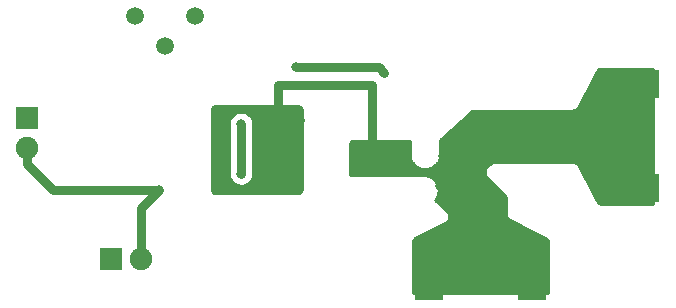
<source format=gbl>
G04 #@! TF.GenerationSoftware,KiCad,Pcbnew,5.1.4-e60b266~84~ubuntu18.04.1*
G04 #@! TF.CreationDate,2019-08-19T13:29:57+01:00*
G04 #@! TF.ProjectId,vctcxo-ref,76637463-786f-42d7-9265-662e6b696361,rev?*
G04 #@! TF.SameCoordinates,Original*
G04 #@! TF.FileFunction,Copper,L2,Bot*
G04 #@! TF.FilePolarity,Positive*
%FSLAX46Y46*%
G04 Gerber Fmt 4.6, Leading zero omitted, Abs format (unit mm)*
G04 Created by KiCad (PCBNEW 5.1.4-e60b266~84~ubuntu18.04.1) date 2019-08-19 13:29:57*
%MOMM*%
%LPD*%
G04 APERTURE LIST*
%ADD10R,1.900000X1.900000*%
%ADD11C,1.900000*%
%ADD12R,2.400000X5.000000*%
%ADD13R,5.000000X2.400000*%
%ADD14C,1.500000*%
%ADD15C,0.800000*%
%ADD16C,0.750000*%
%ADD17C,0.254000*%
G04 APERTURE END LIST*
D10*
X91948000Y-124714000D03*
D11*
X94488000Y-124714000D03*
D12*
X118815000Y-125730000D03*
X127565000Y-125730000D03*
D13*
X135890000Y-118675000D03*
X135890000Y-109925000D03*
D10*
X84836000Y-112776000D03*
D11*
X84836000Y-115316000D03*
D14*
X93980000Y-104140000D03*
X96520000Y-106680000D03*
X99060000Y-104140000D03*
D15*
X107569000Y-115570000D03*
X107569000Y-118618000D03*
X114046000Y-115062000D03*
X103632000Y-118745000D03*
X107569000Y-113919000D03*
X107569000Y-117094000D03*
X104394000Y-115443000D03*
X100965000Y-118618000D03*
X100965000Y-112268000D03*
X121920000Y-117348000D03*
X119761000Y-118491000D03*
X123825000Y-115443000D03*
X127127000Y-115443000D03*
X130302000Y-115443000D03*
X132207000Y-115824000D03*
X132207000Y-112776000D03*
X130302000Y-113157000D03*
X127889000Y-113157000D03*
X125476000Y-113157000D03*
X122936000Y-113157000D03*
X120015000Y-115951000D03*
X121412000Y-114554000D03*
X123190000Y-118618000D03*
X124460000Y-120269000D03*
X124587000Y-122047000D03*
X121793000Y-122047000D03*
X121412000Y-120142000D03*
X115316000Y-115062000D03*
X107569000Y-112268000D03*
X112776000Y-115062000D03*
X100965000Y-117221000D03*
X102933500Y-113284014D03*
X102933506Y-117475000D03*
X115062000Y-108965990D03*
X107569000Y-108483402D03*
X96012000Y-118872000D03*
D16*
X134590000Y-109925000D02*
X135890000Y-109925000D01*
X114046000Y-109982000D02*
X114046000Y-115062000D01*
X107569000Y-112649000D02*
X107886500Y-112966500D01*
X106045000Y-109982000D02*
X114046000Y-109982000D01*
X106045000Y-109982000D02*
X106045000Y-111887000D01*
X102933500Y-117474994D02*
X102933506Y-117475000D01*
X102933500Y-113284014D02*
X102933500Y-117474994D01*
X115062000Y-108965990D02*
X114579412Y-108483402D01*
X108134685Y-108483402D02*
X107569000Y-108483402D01*
X114579412Y-108483402D02*
X108134685Y-108483402D01*
X94488000Y-124714000D02*
X94488000Y-120396000D01*
X94488000Y-120396000D02*
X96012000Y-118872000D01*
X84836000Y-116659502D02*
X87048498Y-118872000D01*
X87048498Y-118872000D02*
X96012000Y-118872000D01*
X84836000Y-115316000D02*
X84836000Y-116659502D01*
X96012000Y-118872000D02*
X96012000Y-118872000D01*
D17*
G36*
X107794325Y-111774040D02*
G01*
X107885951Y-111811993D01*
X107964632Y-111872368D01*
X108025007Y-111951049D01*
X108062960Y-112042675D01*
X108077000Y-112149321D01*
X108077000Y-118736679D01*
X108062960Y-118843325D01*
X108025007Y-118934951D01*
X107964632Y-119013632D01*
X107885951Y-119074007D01*
X107794325Y-119111960D01*
X107687679Y-119126000D01*
X100846321Y-119126000D01*
X100739675Y-119111960D01*
X100648049Y-119074007D01*
X100569368Y-119013632D01*
X100508993Y-118934951D01*
X100471040Y-118843325D01*
X100457000Y-118736679D01*
X100457000Y-113182075D01*
X101898500Y-113182075D01*
X101898500Y-113385953D01*
X101923500Y-113511638D01*
X101923501Y-117247402D01*
X101898506Y-117373061D01*
X101898506Y-117576939D01*
X101938280Y-117776898D01*
X102016301Y-117965256D01*
X102129569Y-118134774D01*
X102273732Y-118278937D01*
X102443250Y-118392205D01*
X102631608Y-118470226D01*
X102831567Y-118510000D01*
X103035445Y-118510000D01*
X103235404Y-118470226D01*
X103423762Y-118392205D01*
X103593280Y-118278937D01*
X103737443Y-118134774D01*
X103850711Y-117965256D01*
X103928732Y-117776898D01*
X103968506Y-117576939D01*
X103968506Y-117373061D01*
X103943500Y-117247346D01*
X103943500Y-113511637D01*
X103968500Y-113385953D01*
X103968500Y-113182075D01*
X103928726Y-112982116D01*
X103850705Y-112793758D01*
X103737437Y-112624240D01*
X103593274Y-112480077D01*
X103423756Y-112366809D01*
X103235398Y-112288788D01*
X103035439Y-112249014D01*
X102831561Y-112249014D01*
X102631602Y-112288788D01*
X102443244Y-112366809D01*
X102273726Y-112480077D01*
X102129563Y-112624240D01*
X102016295Y-112793758D01*
X101938274Y-112982116D01*
X101898500Y-113182075D01*
X100457000Y-113182075D01*
X100457000Y-112149321D01*
X100471040Y-112042675D01*
X100508993Y-111951049D01*
X100569368Y-111872368D01*
X100648049Y-111811993D01*
X100739675Y-111774040D01*
X100846321Y-111760000D01*
X107687679Y-111760000D01*
X107794325Y-111774040D01*
X107794325Y-111774040D01*
G37*
X107794325Y-111774040D02*
X107885951Y-111811993D01*
X107964632Y-111872368D01*
X108025007Y-111951049D01*
X108062960Y-112042675D01*
X108077000Y-112149321D01*
X108077000Y-118736679D01*
X108062960Y-118843325D01*
X108025007Y-118934951D01*
X107964632Y-119013632D01*
X107885951Y-119074007D01*
X107794325Y-119111960D01*
X107687679Y-119126000D01*
X100846321Y-119126000D01*
X100739675Y-119111960D01*
X100648049Y-119074007D01*
X100569368Y-119013632D01*
X100508993Y-118934951D01*
X100471040Y-118843325D01*
X100457000Y-118736679D01*
X100457000Y-113182075D01*
X101898500Y-113182075D01*
X101898500Y-113385953D01*
X101923500Y-113511638D01*
X101923501Y-117247402D01*
X101898506Y-117373061D01*
X101898506Y-117576939D01*
X101938280Y-117776898D01*
X102016301Y-117965256D01*
X102129569Y-118134774D01*
X102273732Y-118278937D01*
X102443250Y-118392205D01*
X102631608Y-118470226D01*
X102831567Y-118510000D01*
X103035445Y-118510000D01*
X103235404Y-118470226D01*
X103423762Y-118392205D01*
X103593280Y-118278937D01*
X103737443Y-118134774D01*
X103850711Y-117965256D01*
X103928732Y-117776898D01*
X103968506Y-117576939D01*
X103968506Y-117373061D01*
X103943500Y-117247346D01*
X103943500Y-113511637D01*
X103968500Y-113385953D01*
X103968500Y-113182075D01*
X103928726Y-112982116D01*
X103850705Y-112793758D01*
X103737437Y-112624240D01*
X103593274Y-112480077D01*
X103423756Y-112366809D01*
X103235398Y-112288788D01*
X103035439Y-112249014D01*
X102831561Y-112249014D01*
X102631602Y-112288788D01*
X102443244Y-112366809D01*
X102273726Y-112480077D01*
X102129563Y-112624240D01*
X102016295Y-112793758D01*
X101938274Y-112982116D01*
X101898500Y-113182075D01*
X100457000Y-113182075D01*
X100457000Y-112149321D01*
X100471040Y-112042675D01*
X100508993Y-111951049D01*
X100569368Y-111872368D01*
X100648049Y-111811993D01*
X100739675Y-111774040D01*
X100846321Y-111760000D01*
X107687679Y-111760000D01*
X107794325Y-111774040D01*
G36*
X137770001Y-120015000D02*
G01*
X133418765Y-120015000D01*
X133306182Y-119999319D01*
X133210302Y-119957055D01*
X133129622Y-119890199D01*
X133065246Y-119796512D01*
X131572000Y-116810019D01*
X131563079Y-116794891D01*
X131483703Y-116679375D01*
X131460065Y-116653510D01*
X131352143Y-116564080D01*
X131322336Y-116545658D01*
X131194084Y-116489124D01*
X131160378Y-116479549D01*
X131021559Y-116460214D01*
X131004039Y-116459000D01*
X124416420Y-116459000D01*
X124399843Y-116460087D01*
X124268363Y-116477397D01*
X124236340Y-116485977D01*
X124113820Y-116536726D01*
X124085107Y-116553303D01*
X123979897Y-116634034D01*
X123967407Y-116644987D01*
X123756987Y-116855407D01*
X123746034Y-116867897D01*
X123665303Y-116973107D01*
X123648726Y-117001820D01*
X123597977Y-117124340D01*
X123589397Y-117156363D01*
X123572087Y-117287843D01*
X123571000Y-117304420D01*
X123571000Y-117391580D01*
X123572087Y-117408157D01*
X123589397Y-117539637D01*
X123597977Y-117571660D01*
X123648726Y-117694180D01*
X123665303Y-117722893D01*
X123746034Y-117828103D01*
X123756987Y-117840593D01*
X125231523Y-119315129D01*
X125297007Y-119400469D01*
X125334960Y-119492095D01*
X125349000Y-119598741D01*
X125349000Y-120844039D01*
X125350214Y-120861559D01*
X125369549Y-121000378D01*
X125379124Y-121034084D01*
X125435658Y-121162336D01*
X125454080Y-121192143D01*
X125543510Y-121300065D01*
X125569375Y-121323703D01*
X125684891Y-121403079D01*
X125700019Y-121412000D01*
X128686512Y-122905246D01*
X128780199Y-122969622D01*
X128847055Y-123050302D01*
X128889319Y-123146182D01*
X128905000Y-123258765D01*
X128905000Y-127610000D01*
X117475000Y-127610000D01*
X117475000Y-123258765D01*
X117490681Y-123146182D01*
X117532945Y-123050302D01*
X117599801Y-122969622D01*
X117693488Y-122905246D01*
X120225611Y-121639184D01*
X120240738Y-121630264D01*
X120334194Y-121566048D01*
X120360061Y-121542408D01*
X120432410Y-121455097D01*
X120450831Y-121425291D01*
X120496568Y-121321533D01*
X120506143Y-121287827D01*
X120521786Y-121175520D01*
X120523000Y-121158000D01*
X120523000Y-121114420D01*
X120521913Y-121097843D01*
X120504603Y-120966363D01*
X120496023Y-120934340D01*
X120445274Y-120811820D01*
X120428697Y-120783107D01*
X120347966Y-120677897D01*
X120337013Y-120665407D01*
X119370477Y-119698871D01*
X119363874Y-119690266D01*
X119409708Y-119633262D01*
X119442471Y-119583194D01*
X119475913Y-119533616D01*
X119480239Y-119525480D01*
X119537656Y-119415652D01*
X119560074Y-119360164D01*
X119583247Y-119305039D01*
X119585910Y-119296217D01*
X119620900Y-119177329D01*
X119632107Y-119118578D01*
X119644136Y-119059981D01*
X119645035Y-119050809D01*
X119656268Y-118927389D01*
X119655851Y-118867606D01*
X119656269Y-118807745D01*
X119655369Y-118798574D01*
X119642414Y-118675323D01*
X119630387Y-118616733D01*
X119619178Y-118557971D01*
X119616514Y-118549149D01*
X119579867Y-118430762D01*
X119556692Y-118375632D01*
X119534278Y-118320153D01*
X119529951Y-118312017D01*
X119471007Y-118203002D01*
X119437565Y-118153422D01*
X119404803Y-118103355D01*
X119398978Y-118096214D01*
X119319982Y-118000724D01*
X119277566Y-117958603D01*
X119235684Y-117915834D01*
X119228584Y-117909961D01*
X119132545Y-117831633D01*
X119082703Y-117798518D01*
X119033362Y-117764733D01*
X119025256Y-117760350D01*
X118915832Y-117702168D01*
X118860554Y-117679384D01*
X118805545Y-117655807D01*
X118796741Y-117653082D01*
X118678101Y-117617262D01*
X118619372Y-117605633D01*
X118560905Y-117593206D01*
X118551747Y-117592244D01*
X118551744Y-117592243D01*
X118551741Y-117592243D01*
X118428402Y-117580150D01*
X118396419Y-117577000D01*
X112141000Y-117577000D01*
X112141000Y-115070321D01*
X112155040Y-114963675D01*
X112192993Y-114872049D01*
X112253368Y-114793368D01*
X112332049Y-114732993D01*
X112423675Y-114695040D01*
X112530321Y-114681000D01*
X117196001Y-114681000D01*
X117196001Y-115856419D01*
X117199211Y-115889012D01*
X117199211Y-115897269D01*
X117200175Y-115906433D01*
X117213989Y-116029591D01*
X117226418Y-116088065D01*
X117238045Y-116146786D01*
X117240771Y-116155589D01*
X117278244Y-116273718D01*
X117301793Y-116328662D01*
X117324604Y-116384005D01*
X117328987Y-116392111D01*
X117388691Y-116500711D01*
X117422468Y-116550041D01*
X117455590Y-116599894D01*
X117461464Y-116606995D01*
X117541125Y-116701930D01*
X117583838Y-116743757D01*
X117626013Y-116786228D01*
X117633155Y-116792052D01*
X117729738Y-116869708D01*
X117779806Y-116902471D01*
X117829384Y-116935913D01*
X117837520Y-116940239D01*
X117947348Y-116997656D01*
X118002836Y-117020074D01*
X118057961Y-117043247D01*
X118066777Y-117045908D01*
X118066779Y-117045909D01*
X118066781Y-117045909D01*
X118066783Y-117045910D01*
X118185671Y-117080900D01*
X118244422Y-117092107D01*
X118303019Y-117104136D01*
X118312191Y-117105035D01*
X118312196Y-117105035D01*
X118312199Y-117105036D01*
X118312202Y-117105036D01*
X118435611Y-117116268D01*
X118495394Y-117115851D01*
X118555255Y-117116269D01*
X118564416Y-117115370D01*
X118564418Y-117115370D01*
X118564426Y-117115369D01*
X118687677Y-117102414D01*
X118746274Y-117090385D01*
X118805028Y-117079178D01*
X118813850Y-117076514D01*
X118932238Y-117039867D01*
X118987368Y-117016692D01*
X119042847Y-116994278D01*
X119050983Y-116989951D01*
X119159998Y-116931008D01*
X119209582Y-116897563D01*
X119259645Y-116864803D01*
X119266786Y-116858978D01*
X119362276Y-116779982D01*
X119404430Y-116737533D01*
X119447165Y-116695685D01*
X119453039Y-116688584D01*
X119531367Y-116592545D01*
X119564472Y-116542719D01*
X119598267Y-116493362D01*
X119602650Y-116485256D01*
X119660832Y-116375833D01*
X119683621Y-116320541D01*
X119707193Y-116265545D01*
X119709918Y-116256742D01*
X119745737Y-116138101D01*
X119757357Y-116079417D01*
X119769794Y-116020906D01*
X119770756Y-116011750D01*
X119770757Y-116011745D01*
X119770757Y-116011741D01*
X119782850Y-115888403D01*
X119782850Y-115888402D01*
X119786000Y-115856419D01*
X119786000Y-114625605D01*
X122362392Y-112247397D01*
X122445450Y-112187952D01*
X122533167Y-112153656D01*
X122634517Y-112141000D01*
X131004039Y-112141000D01*
X131021559Y-112139786D01*
X131160378Y-112120451D01*
X131194084Y-112110876D01*
X131322336Y-112054342D01*
X131352143Y-112035920D01*
X131460065Y-111946490D01*
X131483703Y-111920625D01*
X131563079Y-111805109D01*
X131572000Y-111789981D01*
X133065246Y-108803488D01*
X133129622Y-108709801D01*
X133210302Y-108642945D01*
X133306182Y-108600681D01*
X133418765Y-108585000D01*
X137770000Y-108585000D01*
X137770001Y-120015000D01*
X137770001Y-120015000D01*
G37*
X137770001Y-120015000D02*
X133418765Y-120015000D01*
X133306182Y-119999319D01*
X133210302Y-119957055D01*
X133129622Y-119890199D01*
X133065246Y-119796512D01*
X131572000Y-116810019D01*
X131563079Y-116794891D01*
X131483703Y-116679375D01*
X131460065Y-116653510D01*
X131352143Y-116564080D01*
X131322336Y-116545658D01*
X131194084Y-116489124D01*
X131160378Y-116479549D01*
X131021559Y-116460214D01*
X131004039Y-116459000D01*
X124416420Y-116459000D01*
X124399843Y-116460087D01*
X124268363Y-116477397D01*
X124236340Y-116485977D01*
X124113820Y-116536726D01*
X124085107Y-116553303D01*
X123979897Y-116634034D01*
X123967407Y-116644987D01*
X123756987Y-116855407D01*
X123746034Y-116867897D01*
X123665303Y-116973107D01*
X123648726Y-117001820D01*
X123597977Y-117124340D01*
X123589397Y-117156363D01*
X123572087Y-117287843D01*
X123571000Y-117304420D01*
X123571000Y-117391580D01*
X123572087Y-117408157D01*
X123589397Y-117539637D01*
X123597977Y-117571660D01*
X123648726Y-117694180D01*
X123665303Y-117722893D01*
X123746034Y-117828103D01*
X123756987Y-117840593D01*
X125231523Y-119315129D01*
X125297007Y-119400469D01*
X125334960Y-119492095D01*
X125349000Y-119598741D01*
X125349000Y-120844039D01*
X125350214Y-120861559D01*
X125369549Y-121000378D01*
X125379124Y-121034084D01*
X125435658Y-121162336D01*
X125454080Y-121192143D01*
X125543510Y-121300065D01*
X125569375Y-121323703D01*
X125684891Y-121403079D01*
X125700019Y-121412000D01*
X128686512Y-122905246D01*
X128780199Y-122969622D01*
X128847055Y-123050302D01*
X128889319Y-123146182D01*
X128905000Y-123258765D01*
X128905000Y-127610000D01*
X117475000Y-127610000D01*
X117475000Y-123258765D01*
X117490681Y-123146182D01*
X117532945Y-123050302D01*
X117599801Y-122969622D01*
X117693488Y-122905246D01*
X120225611Y-121639184D01*
X120240738Y-121630264D01*
X120334194Y-121566048D01*
X120360061Y-121542408D01*
X120432410Y-121455097D01*
X120450831Y-121425291D01*
X120496568Y-121321533D01*
X120506143Y-121287827D01*
X120521786Y-121175520D01*
X120523000Y-121158000D01*
X120523000Y-121114420D01*
X120521913Y-121097843D01*
X120504603Y-120966363D01*
X120496023Y-120934340D01*
X120445274Y-120811820D01*
X120428697Y-120783107D01*
X120347966Y-120677897D01*
X120337013Y-120665407D01*
X119370477Y-119698871D01*
X119363874Y-119690266D01*
X119409708Y-119633262D01*
X119442471Y-119583194D01*
X119475913Y-119533616D01*
X119480239Y-119525480D01*
X119537656Y-119415652D01*
X119560074Y-119360164D01*
X119583247Y-119305039D01*
X119585910Y-119296217D01*
X119620900Y-119177329D01*
X119632107Y-119118578D01*
X119644136Y-119059981D01*
X119645035Y-119050809D01*
X119656268Y-118927389D01*
X119655851Y-118867606D01*
X119656269Y-118807745D01*
X119655369Y-118798574D01*
X119642414Y-118675323D01*
X119630387Y-118616733D01*
X119619178Y-118557971D01*
X119616514Y-118549149D01*
X119579867Y-118430762D01*
X119556692Y-118375632D01*
X119534278Y-118320153D01*
X119529951Y-118312017D01*
X119471007Y-118203002D01*
X119437565Y-118153422D01*
X119404803Y-118103355D01*
X119398978Y-118096214D01*
X119319982Y-118000724D01*
X119277566Y-117958603D01*
X119235684Y-117915834D01*
X119228584Y-117909961D01*
X119132545Y-117831633D01*
X119082703Y-117798518D01*
X119033362Y-117764733D01*
X119025256Y-117760350D01*
X118915832Y-117702168D01*
X118860554Y-117679384D01*
X118805545Y-117655807D01*
X118796741Y-117653082D01*
X118678101Y-117617262D01*
X118619372Y-117605633D01*
X118560905Y-117593206D01*
X118551747Y-117592244D01*
X118551744Y-117592243D01*
X118551741Y-117592243D01*
X118428402Y-117580150D01*
X118396419Y-117577000D01*
X112141000Y-117577000D01*
X112141000Y-115070321D01*
X112155040Y-114963675D01*
X112192993Y-114872049D01*
X112253368Y-114793368D01*
X112332049Y-114732993D01*
X112423675Y-114695040D01*
X112530321Y-114681000D01*
X117196001Y-114681000D01*
X117196001Y-115856419D01*
X117199211Y-115889012D01*
X117199211Y-115897269D01*
X117200175Y-115906433D01*
X117213989Y-116029591D01*
X117226418Y-116088065D01*
X117238045Y-116146786D01*
X117240771Y-116155589D01*
X117278244Y-116273718D01*
X117301793Y-116328662D01*
X117324604Y-116384005D01*
X117328987Y-116392111D01*
X117388691Y-116500711D01*
X117422468Y-116550041D01*
X117455590Y-116599894D01*
X117461464Y-116606995D01*
X117541125Y-116701930D01*
X117583838Y-116743757D01*
X117626013Y-116786228D01*
X117633155Y-116792052D01*
X117729738Y-116869708D01*
X117779806Y-116902471D01*
X117829384Y-116935913D01*
X117837520Y-116940239D01*
X117947348Y-116997656D01*
X118002836Y-117020074D01*
X118057961Y-117043247D01*
X118066777Y-117045908D01*
X118066779Y-117045909D01*
X118066781Y-117045909D01*
X118066783Y-117045910D01*
X118185671Y-117080900D01*
X118244422Y-117092107D01*
X118303019Y-117104136D01*
X118312191Y-117105035D01*
X118312196Y-117105035D01*
X118312199Y-117105036D01*
X118312202Y-117105036D01*
X118435611Y-117116268D01*
X118495394Y-117115851D01*
X118555255Y-117116269D01*
X118564416Y-117115370D01*
X118564418Y-117115370D01*
X118564426Y-117115369D01*
X118687677Y-117102414D01*
X118746274Y-117090385D01*
X118805028Y-117079178D01*
X118813850Y-117076514D01*
X118932238Y-117039867D01*
X118987368Y-117016692D01*
X119042847Y-116994278D01*
X119050983Y-116989951D01*
X119159998Y-116931008D01*
X119209582Y-116897563D01*
X119259645Y-116864803D01*
X119266786Y-116858978D01*
X119362276Y-116779982D01*
X119404430Y-116737533D01*
X119447165Y-116695685D01*
X119453039Y-116688584D01*
X119531367Y-116592545D01*
X119564472Y-116542719D01*
X119598267Y-116493362D01*
X119602650Y-116485256D01*
X119660832Y-116375833D01*
X119683621Y-116320541D01*
X119707193Y-116265545D01*
X119709918Y-116256742D01*
X119745737Y-116138101D01*
X119757357Y-116079417D01*
X119769794Y-116020906D01*
X119770756Y-116011750D01*
X119770757Y-116011745D01*
X119770757Y-116011741D01*
X119782850Y-115888403D01*
X119782850Y-115888402D01*
X119786000Y-115856419D01*
X119786000Y-114625605D01*
X122362392Y-112247397D01*
X122445450Y-112187952D01*
X122533167Y-112153656D01*
X122634517Y-112141000D01*
X131004039Y-112141000D01*
X131021559Y-112139786D01*
X131160378Y-112120451D01*
X131194084Y-112110876D01*
X131322336Y-112054342D01*
X131352143Y-112035920D01*
X131460065Y-111946490D01*
X131483703Y-111920625D01*
X131563079Y-111805109D01*
X131572000Y-111789981D01*
X133065246Y-108803488D01*
X133129622Y-108709801D01*
X133210302Y-108642945D01*
X133306182Y-108600681D01*
X133418765Y-108585000D01*
X137770000Y-108585000D01*
X137770001Y-120015000D01*
M02*

</source>
